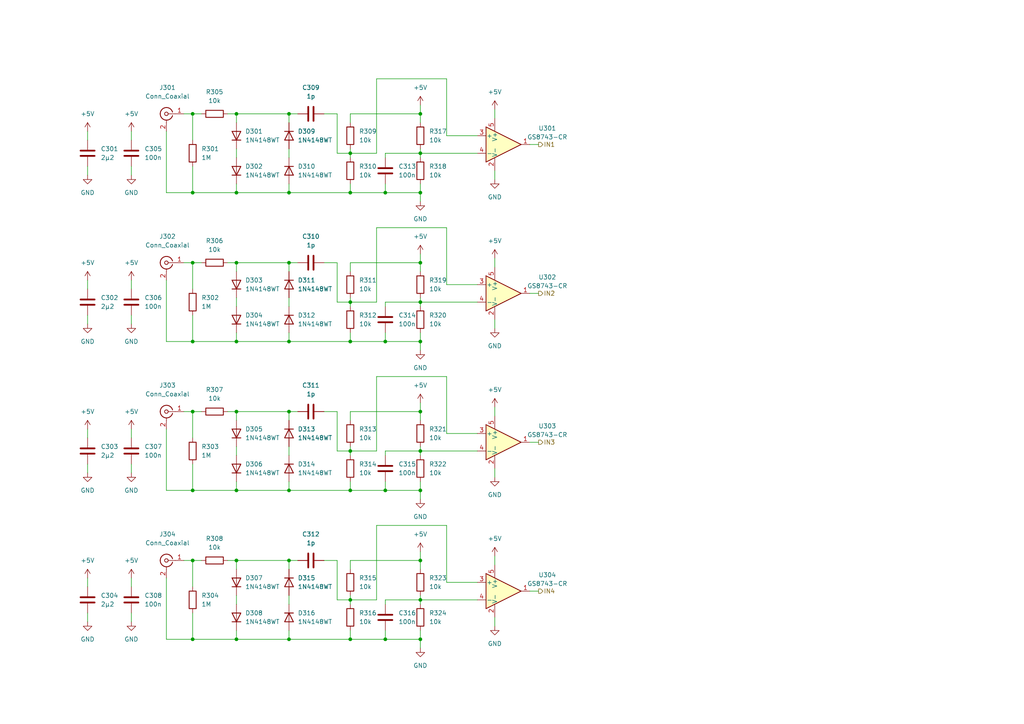
<source format=kicad_sch>
(kicad_sch (version 20211123) (generator eeschema)
  (paper "A4")
  (title_block (title "Cyclone V based Latencybox") (rev "v0.1") (company "Benedikt Spranger") (comment 1 "SPDX-License-Identifier: CERN-OHL-S-2.0") (comment 2 "https://ohwr.org/cern_ohl_s_v2.txt") (comment 3 "To view a copy of this license, visit") (comment 4 "This work is licensed under the CERN-OHL-S v2"))
  (junction (at 121.92 119.38))
  (junction (at 101.6 44.45))
  (junction (at 68.58 185.42))
  (junction (at 101.6 142.24))
  (junction (at 83.82 55.88))
  (junction (at 55.88 119.38))
  (junction (at 121.92 87.63))
  (junction (at 83.82 119.38))
  (junction (at 68.58 55.88))
  (junction (at 101.6 130.81))
  (junction (at 111.76 142.24))
  (junction (at 101.6 87.63))
  (junction (at 68.58 119.38))
  (junction (at 101.6 55.88))
  (junction (at 68.58 142.24))
  (junction (at 83.82 142.24))
  (junction (at 55.88 99.06))
  (junction (at 83.82 76.2))
  (junction (at 101.6 99.06))
  (junction (at 121.92 162.56))
  (junction (at 111.76 185.42))
  (junction (at 111.76 55.88))
  (junction (at 121.92 44.45))
  (junction (at 121.92 76.2))
  (junction (at 121.92 33.02))
  (junction (at 101.6 173.99))
  (junction (at 55.88 142.24))
  (junction (at 55.88 33.02))
  (junction (at 68.58 33.02))
  (junction (at 121.92 185.42))
  (junction (at 68.58 76.2))
  (junction (at 121.92 55.88))
  (junction (at 121.92 173.99))
  (junction (at 68.58 99.06))
  (junction (at 55.88 76.2))
  (junction (at 68.58 162.56))
  (junction (at 111.76 99.06))
  (junction (at 83.82 33.02))
  (junction (at 55.88 162.56))
  (junction (at 55.88 55.88))
  (junction (at 83.82 185.42))
  (junction (at 121.92 99.06))
  (junction (at 55.88 185.42))
  (junction (at 101.6 185.42))
  (junction (at 83.82 99.06))
  (junction (at 83.82 162.56))
  (junction (at 121.92 142.24))
  (junction (at 121.92 130.81))
  (wire (pts (xy 101.6 44.45) (xy 109.22 44.45)))
  (wire (pts (xy 68.58 53.34) (xy 68.58 55.88)))
  (wire (pts (xy 48.26 55.88) (xy 48.26 38.1)))
  (wire (pts (xy 83.82 99.06) (xy 101.6 99.06)))
  (wire (pts (xy 68.58 33.02) (xy 68.58 35.56)))
  (wire (pts (xy 25.4 134.62) (xy 25.4 137.16)))
  (wire (pts (xy 121.92 129.54) (xy 121.92 130.81)))
  (wire (pts (xy 93.98 162.56) (xy 97.79 162.56)))
  (wire (pts (xy 55.88 40.64) (xy 55.88 33.02)))
  (wire (pts (xy 66.04 119.38) (xy 68.58 119.38)))
  (wire (pts (xy 83.82 99.06) (xy 83.82 96.52)))
  (wire (pts (xy 68.58 129.54) (xy 68.58 132.08)))
  (wire (pts (xy 109.22 152.4) (xy 129.54 152.4)))
  (wire (pts (xy 143.51 118.11) (xy 143.51 120.65)))
  (wire (pts (xy 66.04 76.2) (xy 68.58 76.2)))
  (wire (pts (xy 55.88 142.24) (xy 55.88 134.62)))
  (wire (pts (xy 153.67 85.09) (xy 156.21 85.09)))
  (wire (pts (xy 83.82 185.42) (xy 101.6 185.42)))
  (wire (pts (xy 121.92 99.06) (xy 121.92 96.52)))
  (wire (pts (xy 109.22 87.63) (xy 109.22 66.04)))
  (wire (pts (xy 109.22 130.81) (xy 109.22 109.22)))
  (wire (pts (xy 121.92 44.45) (xy 138.43 44.45)))
  (wire (pts (xy 121.92 173.99) (xy 121.92 175.26)))
  (wire (pts (xy 55.88 119.38) (xy 58.42 119.38)))
  (wire (pts (xy 68.58 142.24) (xy 55.88 142.24)))
  (wire (pts (xy 55.88 185.42) (xy 48.26 185.42)))
  (wire (pts (xy 121.92 43.18) (xy 121.92 44.45)))
  (wire (pts (xy 129.54 152.4) (xy 129.54 168.91)))
  (wire (pts (xy 101.6 33.02) (xy 121.92 33.02)))
  (wire (pts (xy 101.6 142.24) (xy 111.76 142.24)))
  (wire (pts (xy 129.54 39.37) (xy 138.43 39.37)))
  (wire (pts (xy 121.92 30.48) (xy 121.92 33.02)))
  (wire (pts (xy 111.76 53.34) (xy 111.76 55.88)))
  (wire (pts (xy 83.82 55.88) (xy 101.6 55.88)))
  (wire (pts (xy 38.1 91.44) (xy 38.1 93.98)))
  (wire (pts (xy 68.58 99.06) (xy 83.82 99.06)))
  (wire (pts (xy 53.34 76.2) (xy 55.88 76.2)))
  (wire (pts (xy 129.54 66.04) (xy 129.54 82.55)))
  (wire (pts (xy 121.92 130.81) (xy 121.92 132.08)))
  (wire (pts (xy 101.6 173.99) (xy 101.6 175.26)))
  (wire (pts (xy 68.58 55.88) (xy 83.82 55.88)))
  (wire (pts (xy 101.6 55.88) (xy 111.76 55.88)))
  (wire (pts (xy 68.58 76.2) (xy 68.58 78.74)))
  (wire (pts (xy 121.92 185.42) (xy 121.92 187.96)))
  (wire (pts (xy 129.54 82.55) (xy 138.43 82.55)))
  (wire (pts (xy 143.51 74.93) (xy 143.51 77.47)))
  (wire (pts (xy 101.6 121.92) (xy 101.6 119.38)))
  (wire (pts (xy 121.92 76.2) (xy 121.92 78.74)))
  (wire (pts (xy 38.1 167.64) (xy 38.1 170.18)))
  (wire (pts (xy 101.6 87.63) (xy 101.6 86.36)))
  (wire (pts (xy 25.4 81.28) (xy 25.4 83.82)))
  (wire (pts (xy 68.58 172.72) (xy 68.58 175.26)))
  (wire (pts (xy 109.22 22.86) (xy 129.54 22.86)))
  (wire (pts (xy 143.51 135.89) (xy 143.51 138.43)))
  (wire (pts (xy 111.76 96.52) (xy 111.76 99.06)))
  (wire (pts (xy 121.92 142.24) (xy 121.92 144.78)))
  (wire (pts (xy 93.98 76.2) (xy 97.79 76.2)))
  (wire (pts (xy 97.79 162.56) (xy 97.79 173.99)))
  (wire (pts (xy 121.92 87.63) (xy 121.92 88.9)))
  (wire (pts (xy 83.82 119.38) (xy 83.82 121.92)))
  (wire (pts (xy 153.67 171.45) (xy 156.21 171.45)))
  (wire (pts (xy 121.92 86.36) (xy 121.92 87.63)))
  (wire (pts (xy 68.58 162.56) (xy 68.58 165.1)))
  (wire (pts (xy 55.88 99.06) (xy 55.88 91.44)))
  (wire (pts (xy 97.79 173.99) (xy 101.6 173.99)))
  (wire (pts (xy 68.58 142.24) (xy 83.82 142.24)))
  (wire (pts (xy 111.76 99.06) (xy 121.92 99.06)))
  (wire (pts (xy 68.58 96.52) (xy 68.58 99.06)))
  (wire (pts (xy 68.58 86.36) (xy 68.58 88.9)))
  (wire (pts (xy 121.92 99.06) (xy 121.92 101.6)))
  (wire (pts (xy 101.6 87.63) (xy 101.6 88.9)))
  (wire (pts (xy 101.6 182.88) (xy 101.6 185.42)))
  (wire (pts (xy 25.4 177.8) (xy 25.4 180.34)))
  (wire (pts (xy 68.58 119.38) (xy 68.58 121.92)))
  (wire (pts (xy 55.88 185.42) (xy 55.88 177.8)))
  (wire (pts (xy 83.82 76.2) (xy 86.36 76.2)))
  (wire (pts (xy 68.58 139.7) (xy 68.58 142.24)))
  (wire (pts (xy 109.22 109.22) (xy 129.54 109.22)))
  (wire (pts (xy 101.6 130.81) (xy 101.6 132.08)))
  (wire (pts (xy 121.92 162.56) (xy 121.92 165.1)))
  (wire (pts (xy 101.6 76.2) (xy 121.92 76.2)))
  (wire (pts (xy 111.76 44.45) (xy 111.76 45.72)))
  (wire (pts (xy 55.88 162.56) (xy 58.42 162.56)))
  (wire (pts (xy 83.82 142.24) (xy 101.6 142.24)))
  (wire (pts (xy 55.88 76.2) (xy 58.42 76.2)))
  (wire (pts (xy 111.76 139.7) (xy 111.76 142.24)))
  (wire (pts (xy 101.6 130.81) (xy 101.6 129.54)))
  (wire (pts (xy 109.22 44.45) (xy 109.22 22.86)))
  (wire (pts (xy 143.51 179.07) (xy 143.51 181.61)))
  (wire (pts (xy 111.76 173.99) (xy 121.92 173.99)))
  (wire (pts (xy 55.88 55.88) (xy 55.88 48.26)))
  (wire (pts (xy 101.6 44.45) (xy 101.6 43.18)))
  (wire (pts (xy 38.1 48.26) (xy 38.1 50.8)))
  (wire (pts (xy 143.51 49.53) (xy 143.51 52.07)))
  (wire (pts (xy 68.58 162.56) (xy 83.82 162.56)))
  (wire (pts (xy 48.26 99.06) (xy 48.26 81.28)))
  (wire (pts (xy 93.98 33.02) (xy 97.79 33.02)))
  (wire (pts (xy 83.82 76.2) (xy 83.82 78.74)))
  (wire (pts (xy 53.34 119.38) (xy 55.88 119.38)))
  (wire (pts (xy 121.92 73.66) (xy 121.92 76.2)))
  (wire (pts (xy 83.82 185.42) (xy 83.82 182.88)))
  (wire (pts (xy 55.88 127) (xy 55.88 119.38)))
  (wire (pts (xy 121.92 172.72) (xy 121.92 173.99)))
  (wire (pts (xy 121.92 87.63) (xy 138.43 87.63)))
  (wire (pts (xy 121.92 55.88) (xy 121.92 53.34)))
  (wire (pts (xy 129.54 109.22) (xy 129.54 125.73)))
  (wire (pts (xy 121.92 185.42) (xy 121.92 182.88)))
  (wire (pts (xy 55.88 33.02) (xy 58.42 33.02)))
  (wire (pts (xy 101.6 35.56) (xy 101.6 33.02)))
  (wire (pts (xy 97.79 76.2) (xy 97.79 87.63)))
  (wire (pts (xy 83.82 119.38) (xy 86.36 119.38)))
  (wire (pts (xy 66.04 162.56) (xy 68.58 162.56)))
  (wire (pts (xy 101.6 99.06) (xy 111.76 99.06)))
  (wire (pts (xy 101.6 119.38) (xy 121.92 119.38)))
  (wire (pts (xy 129.54 168.91) (xy 138.43 168.91)))
  (wire (pts (xy 48.26 142.24) (xy 48.26 124.46)))
  (wire (pts (xy 38.1 134.62) (xy 38.1 137.16)))
  (wire (pts (xy 121.92 116.84) (xy 121.92 119.38)))
  (wire (pts (xy 101.6 139.7) (xy 101.6 142.24)))
  (wire (pts (xy 101.6 87.63) (xy 109.22 87.63)))
  (wire (pts (xy 143.51 92.71) (xy 143.51 95.25)))
  (wire (pts (xy 83.82 43.18) (xy 83.82 45.72)))
  (wire (pts (xy 111.76 182.88) (xy 111.76 185.42)))
  (wire (pts (xy 129.54 22.86) (xy 129.54 39.37)))
  (wire (pts (xy 153.67 41.91) (xy 156.21 41.91)))
  (wire (pts (xy 38.1 38.1) (xy 38.1 40.64)))
  (wire (pts (xy 68.58 119.38) (xy 83.82 119.38)))
  (wire (pts (xy 97.79 119.38) (xy 97.79 130.81)))
  (wire (pts (xy 83.82 129.54) (xy 83.82 132.08)))
  (wire (pts (xy 121.92 55.88) (xy 121.92 58.42)))
  (wire (pts (xy 83.82 86.36) (xy 83.82 88.9)))
  (wire (pts (xy 121.92 160.02) (xy 121.92 162.56)))
  (wire (pts (xy 101.6 173.99) (xy 109.22 173.99)))
  (wire (pts (xy 111.76 185.42) (xy 121.92 185.42)))
  (wire (pts (xy 66.04 33.02) (xy 68.58 33.02)))
  (wire (pts (xy 55.88 83.82) (xy 55.88 76.2)))
  (wire (pts (xy 97.79 33.02) (xy 97.79 44.45)))
  (wire (pts (xy 111.76 87.63) (xy 121.92 87.63)))
  (wire (pts (xy 111.76 55.88) (xy 121.92 55.88)))
  (wire (pts (xy 111.76 173.99) (xy 111.76 175.26)))
  (wire (pts (xy 53.34 33.02) (xy 55.88 33.02)))
  (wire (pts (xy 83.82 162.56) (xy 83.82 165.1)))
  (wire (pts (xy 121.92 44.45) (xy 121.92 45.72)))
  (wire (pts (xy 55.88 142.24) (xy 48.26 142.24)))
  (wire (pts (xy 25.4 124.46) (xy 25.4 127)))
  (wire (pts (xy 48.26 185.42) (xy 48.26 167.64)))
  (wire (pts (xy 111.76 130.81) (xy 121.92 130.81)))
  (wire (pts (xy 129.54 125.73) (xy 138.43 125.73)))
  (wire (pts (xy 101.6 185.42) (xy 111.76 185.42)))
  (wire (pts (xy 25.4 38.1) (xy 25.4 40.64)))
  (wire (pts (xy 25.4 167.64) (xy 25.4 170.18)))
  (wire (pts (xy 25.4 91.44) (xy 25.4 93.98)))
  (wire (pts (xy 55.88 99.06) (xy 48.26 99.06)))
  (wire (pts (xy 121.92 119.38) (xy 121.92 121.92)))
  (wire (pts (xy 25.4 48.26) (xy 25.4 50.8)))
  (wire (pts (xy 38.1 81.28) (xy 38.1 83.82)))
  (wire (pts (xy 121.92 33.02) (xy 121.92 35.56)))
  (wire (pts (xy 111.76 44.45) (xy 121.92 44.45)))
  (wire (pts (xy 83.82 33.02) (xy 86.36 33.02)))
  (wire (pts (xy 111.76 130.81) (xy 111.76 132.08)))
  (wire (pts (xy 153.67 128.27) (xy 156.21 128.27)))
  (wire (pts (xy 38.1 124.46) (xy 38.1 127)))
  (wire (pts (xy 111.76 142.24) (xy 121.92 142.24)))
  (wire (pts (xy 101.6 173.99) (xy 101.6 172.72)))
  (wire (pts (xy 68.58 76.2) (xy 83.82 76.2)))
  (wire (pts (xy 97.79 87.63) (xy 101.6 87.63)))
  (wire (pts (xy 101.6 44.45) (xy 101.6 45.72)))
  (wire (pts (xy 83.82 33.02) (xy 83.82 35.56)))
  (wire (pts (xy 101.6 53.34) (xy 101.6 55.88)))
  (wire (pts (xy 68.58 55.88) (xy 55.88 55.88)))
  (wire (pts (xy 38.1 177.8) (xy 38.1 180.34)))
  (wire (pts (xy 143.51 161.29) (xy 143.51 163.83)))
  (wire (pts (xy 101.6 165.1) (xy 101.6 162.56)))
  (wire (pts (xy 83.82 142.24) (xy 83.82 139.7)))
  (wire (pts (xy 109.22 66.04) (xy 129.54 66.04)))
  (wire (pts (xy 97.79 130.81) (xy 101.6 130.81)))
  (wire (pts (xy 68.58 182.88) (xy 68.58 185.42)))
  (wire (pts (xy 83.82 172.72) (xy 83.82 175.26)))
  (wire (pts (xy 121.92 142.24) (xy 121.92 139.7)))
  (wire (pts (xy 55.88 55.88) (xy 48.26 55.88)))
  (wire (pts (xy 68.58 99.06) (xy 55.88 99.06)))
  (wire (pts (xy 68.58 43.18) (xy 68.58 45.72)))
  (wire (pts (xy 121.92 130.81) (xy 138.43 130.81)))
  (wire (pts (xy 101.6 78.74) (xy 101.6 76.2)))
  (wire (pts (xy 101.6 130.81) (xy 109.22 130.81)))
  (wire (pts (xy 68.58 33.02) (xy 83.82 33.02)))
  (wire (pts (xy 143.51 31.75) (xy 143.51 34.29)))
  (wire (pts (xy 101.6 96.52) (xy 101.6 99.06)))
  (wire (pts (xy 111.76 87.63) (xy 111.76 88.9)))
  (wire (pts (xy 68.58 185.42) (xy 55.88 185.42)))
  (wire (pts (xy 83.82 55.88) (xy 83.82 53.34)))
  (wire (pts (xy 97.79 44.45) (xy 101.6 44.45)))
  (wire (pts (xy 83.82 162.56) (xy 86.36 162.56)))
  (wire (pts (xy 93.98 119.38) (xy 97.79 119.38)))
  (wire (pts (xy 68.58 185.42) (xy 83.82 185.42)))
  (wire (pts (xy 53.34 162.56) (xy 55.88 162.56)))
  (wire (pts (xy 121.92 173.99) (xy 138.43 173.99)))
  (wire (pts (xy 109.22 173.99) (xy 109.22 152.4)))
  (wire (pts (xy 55.88 170.18) (xy 55.88 162.56)))
  (wire (pts (xy 101.6 162.56) (xy 121.92 162.56)))
  (hierarchical_label "IN3" (shape output) (at 156.21 128.27 0))
  (hierarchical_label "IN4" (shape output) (at 156.21 171.45 0))
  (hierarchical_label "IN2" (shape output) (at 156.21 85.09 0))
  (hierarchical_label "IN1" (shape output) (at 156.21 41.91 0))
  (symbol (lib_id "Device:R") (at 55.88 87.63 0) (unit 1)
    (property "Reference" "R302" (at 58.42 86.3599 0) (effects (justify left)))
    (property "Value" "1M" (at 58.42 88.8999 0) (effects (justify left)))
    (property "Footprint" "Resistor_SMD:R_0402_1005Metric" (effects hide))
    (property "assemble" "y" (effects hide))
    (property "Description" "±1% 1/16W Thick Film Resistors 50V ±100ppm/℃ -55℃~+155℃ 1MΩ 0402 Chip Resistor - Surface Mount ROHS" (effects hide))
    (property "DistribPart#" "C26083" (effects hide))
    (property "Distributor" "LCSC" (effects hide))
    (property "LCSC" "C26083" (effects hide))
    (property "ManuPart#" "RC0402FR-071ML" (effects hide))
    (property "Manufacture" "YAGEO" (effects hide))
  )
  (symbol (lib_id "Device:C") (at 90.17 76.2 90) (unit 1)
    (property "Reference" "C310" (at 90.17 68.58 90))
    (property "Value" "1p" (at 90.17 71.12 90))
    (property "Footprint" "Capacitor_SMD:C_0402_1005Metric" (effects hide))
    (property "assemble" "y" (effects hide))
    (property "Description" "50V 1pF C0G ±0.25pF 0402 Multilayer Ceramic Capacitors MLCC - SMD/SMT ROHS" (effects hide))
    (property "DistribPart#" "C1550" (effects hide))
    (property "Distributor" "LCSC" (effects hide))
    (property "LCSC" "C1550" (effects hide))
    (property "ManuPart#" "0402CG1R0C500NT" (effects hide))
    (property "Manufacture" "FH(Guangdong Fenghua Advanced Tech)" (effects hide))
  )
  (symbol (lib_id "power:+5V") (at 38.1 38.1 0) (unit 1)
    (property "Reference" "#PWR0309" (effects hide))
    (property "Value" "+5V" (at 38.1 33.02 0))
  )
  (symbol (lib_id "power:GND") (at 143.51 52.07 0) (unit 1)
    (property "Reference" "#PWR0326" (effects hide))
    (property "Value" "GND" (at 143.51 57.15 0))
  )
  (symbol (lib_id "Device:R") (at 121.92 125.73 180) (unit 1)
    (property "Reference" "R321" (at 124.46 124.4599 0) (effects (justify right)))
    (property "Value" "10k" (at 124.46 126.9999 0) (effects (justify right)))
    (property "Footprint" "Resistor_SMD:R_0402_1005Metric" (effects hide))
    (property "assemble" "y" (effects hide))
    (property "Description" "±1% 62.5mW Thick Film Resistors 50V ±100ppm/℃ -55℃~+155℃ 10kΩ 0402 Chip Resistor - Surface Mount ROHS" (effects hide))
    (property "DistribPart#" "C138033" (effects hide))
    (property "Distributor" "LCSC" (effects hide))
    (property "LCSC" "C138033" (effects hide))
    (property "ManuPart#" "RC0402FR-0710KL" (effects hide))
    (property "Manufacture" "YAGEO" (effects hide))
  )
  (symbol (lib_id "Device:R") (at 62.23 162.56 90) (unit 1)
    (property "Reference" "R308" (at 62.23 156.21 90))
    (property "Value" "10k" (at 62.23 158.75 90))
    (property "Footprint" "Resistor_SMD:R_0402_1005Metric" (effects hide))
    (property "assemble" "y" (effects hide))
    (property "Description" "±1% 62.5mW Thick Film Resistors 50V ±100ppm/℃ -55℃~+155℃ 10kΩ 0402 Chip Resistor - Surface Mount ROHS" (effects hide))
    (property "DistribPart#" "C138033" (effects hide))
    (property "Distributor" "LCSC" (effects hide))
    (property "LCSC" "C138033" (effects hide))
    (property "ManuPart#" "RC0402FR-0710KL" (effects hide))
    (property "Manufacture" "YAGEO" (effects hide))
  )
  (symbol (lib_id "power:GND") (at 38.1 93.98 0) (unit 1)
    (property "Reference" "#PWR0312" (effects hide))
    (property "Value" "GND" (at 38.1 99.06 0))
  )
  (symbol (lib_id "power:GND") (at 38.1 137.16 0) (unit 1)
    (property "Reference" "#PWR0314" (effects hide))
    (property "Value" "GND" (at 38.1 142.24 0))
  )
  (symbol (lib_id "Diode:1N4148WT") (at 68.58 179.07 90) (unit 1)
    (property "Reference" "D308" (at 71.12 177.7999 90) (effects (justify right)))
    (property "Value" "1N4148WT" (at 71.12 180.3399 90) (effects (justify right)))
    (property "Footprint" "Diode_SMD:D_SOD-523" (effects hide))
    (property "Datasheet" "https://www.diodes.com/assets/Datasheets/ds30396.pdf" (effects hide))
    (property "assemble" "y" (effects hide))
    (property "Description" "	100V 150mW +150℃@(Tj) Single 1.25V@150mA 4ns 1μA@75V 150mA SOD-523 Switching Diode ROHS" (effects hide))
    (property "DistribPart#" "C2909971" (effects hide))
    (property "Distributor" "LCSC" (effects hide))
    (property "LCSC" "C2909971" (effects hide))
    (property "ManuPart#" "1N4148WT" (effects hide))
    (property "Manufacture" "YONGYUTAI" (effects hide))
  )
  (symbol (lib_id "Device:R") (at 55.88 130.81 0) (unit 1)
    (property "Reference" "R303" (at 58.42 129.5399 0) (effects (justify left)))
    (property "Value" "1M" (at 58.42 132.0799 0) (effects (justify left)))
    (property "Footprint" "Resistor_SMD:R_0402_1005Metric" (effects hide))
    (property "assemble" "y" (effects hide))
    (property "Description" "±1% 1/16W Thick Film Resistors 50V ±100ppm/℃ -55℃~+155℃ 1MΩ 0402 Chip Resistor - Surface Mount ROHS" (effects hide))
    (property "DistribPart#" "C26083" (effects hide))
    (property "Distributor" "LCSC" (effects hide))
    (property "LCSC" "C26083" (effects hide))
    (property "ManuPart#" "RC0402FR-071ML" (effects hide))
    (property "Manufacture" "YAGEO" (effects hide))
  )
  (symbol (lib_id "Diode:1N4148WT") (at 68.58 168.91 90) (unit 1)
    (property "Reference" "D307" (at 71.12 167.6399 90) (effects (justify right)))
    (property "Value" "1N4148WT" (at 71.12 170.1799 90) (effects (justify right)))
    (property "Footprint" "Diode_SMD:D_SOD-523" (effects hide))
    (property "Datasheet" "https://www.diodes.com/assets/Datasheets/ds30396.pdf" (effects hide))
    (property "assemble" "y" (effects hide))
    (property "Description" "	100V 150mW +150℃@(Tj) Single 1.25V@150mA 4ns 1μA@75V 150mA SOD-523 Switching Diode ROHS" (effects hide))
    (property "DistribPart#" "C2909971" (effects hide))
    (property "Distributor" "LCSC" (effects hide))
    (property "LCSC" "C2909971" (effects hide))
    (property "ManuPart#" "1N4148WT" (effects hide))
    (property "Manufacture" "YONGYUTAI" (effects hide))
  )
  (symbol (lib_id "Device:R") (at 101.6 125.73 180) (unit 1)
    (property "Reference" "R313" (at 104.14 124.4599 0) (effects (justify right)))
    (property "Value" "10k" (at 104.14 126.9999 0) (effects (justify right)))
    (property "Footprint" "Resistor_SMD:R_0402_1005Metric" (effects hide))
    (property "assemble" "y" (effects hide))
    (property "Description" "±1% 62.5mW Thick Film Resistors 50V ±100ppm/℃ -55℃~+155℃ 10kΩ 0402 Chip Resistor - Surface Mount ROHS" (effects hide))
    (property "DistribPart#" "C138033" (effects hide))
    (property "Distributor" "LCSC" (effects hide))
    (property "LCSC" "C138033" (effects hide))
    (property "ManuPart#" "RC0402FR-0710KL" (effects hide))
    (property "Manufacture" "YAGEO" (effects hide))
  )
  (symbol (lib_id "Device:C") (at 111.76 179.07 180) (unit 1)
    (property "Reference" "C316" (at 115.57 177.7999 0) (effects (justify right)))
    (property "Value" "100n" (at 115.57 180.3399 0) (effects (justify right)))
    (property "Footprint" "Capacitor_SMD:C_0402_1005Metric" (effects hide))
    (property "assemble" "y" (effects hide))
    (property "Description" "50V 100nF Y5V ±20% 0402 Multilayer Ceramic Capacitors MLCC - SMD/SMT ROHS" (effects hide))
    (property "DistribPart#" "C1581" (effects hide))
    (property "Distributor" "LCSC" (effects hide))
    (property "LCSC" "C1581" (effects hide))
    (property "ManuPart#" "0402F104M500NT" (effects hide))
    (property "Manufacture" "FH(Guangdong Fenghua Advanced Tech)" (effects hide))
  )
  (symbol (lib_id "Diode:1N4148WT") (at 68.58 82.55 90) (unit 1)
    (property "Reference" "D303" (at 71.12 81.2799 90) (effects (justify right)))
    (property "Value" "1N4148WT" (at 71.12 83.8199 90) (effects (justify right)))
    (property "Footprint" "Diode_SMD:D_SOD-523" (effects hide))
    (property "Datasheet" "https://www.diodes.com/assets/Datasheets/ds30396.pdf" (effects hide))
    (property "assemble" "y" (effects hide))
    (property "Description" "	100V 150mW +150℃@(Tj) Single 1.25V@150mA 4ns 1μA@75V 150mA SOD-523 Switching Diode ROHS" (effects hide))
    (property "DistribPart#" "C2909971" (effects hide))
    (property "Distributor" "LCSC" (effects hide))
    (property "LCSC" "C2909971" (effects hide))
    (property "ManuPart#" "1N4148WT" (effects hide))
    (property "Manufacture" "YONGYUTAI" (effects hide))
  )
  (symbol (lib_id "Diode:1N4148WT") (at 68.58 125.73 90) (unit 1)
    (property "Reference" "D305" (at 71.12 124.4599 90) (effects (justify right)))
    (property "Value" "1N4148WT" (at 71.12 126.9999 90) (effects (justify right)))
    (property "Footprint" "Diode_SMD:D_SOD-523" (effects hide))
    (property "Datasheet" "https://www.diodes.com/assets/Datasheets/ds30396.pdf" (effects hide))
    (property "assemble" "y" (effects hide))
    (property "Description" "	100V 150mW +150℃@(Tj) Single 1.25V@150mA 4ns 1μA@75V 150mA SOD-523 Switching Diode ROHS" (effects hide))
    (property "DistribPart#" "C2909971" (effects hide))
    (property "Distributor" "LCSC" (effects hide))
    (property "LCSC" "C2909971" (effects hide))
    (property "ManuPart#" "1N4148WT" (effects hide))
    (property "Manufacture" "YONGYUTAI" (effects hide))
  )
  (symbol (lib_id "Device:R") (at 101.6 135.89 180) (unit 1)
    (property "Reference" "R314" (at 104.14 134.6199 0) (effects (justify right)))
    (property "Value" "10k" (at 104.14 137.1599 0) (effects (justify right)))
    (property "Footprint" "Resistor_SMD:R_0402_1005Metric" (effects hide))
    (property "assemble" "y" (effects hide))
    (property "Description" "±1% 62.5mW Thick Film Resistors 50V ±100ppm/℃ -55℃~+155℃ 10kΩ 0402 Chip Resistor - Surface Mount ROHS" (effects hide))
    (property "DistribPart#" "C138033" (effects hide))
    (property "Distributor" "LCSC" (effects hide))
    (property "LCSC" "C138033" (effects hide))
    (property "ManuPart#" "RC0402FR-0710KL" (effects hide))
    (property "Manufacture" "YAGEO" (effects hide))
  )
  (symbol (lib_id "Connector:Conn_Coaxial") (at 48.26 33.02 0) (mirror y) (unit 1)
    (property "Reference" "J301" (at 48.5774 25.4 0))
    (property "Value" "Conn_Coaxial" (at 48.5774 27.94 0))
    (property "Footprint" "Connector_Coaxial:BNC_TEConnectivity_1478204_Vertical" (effects hide))
    (property "Datasheet" "https://www.te.com/commerce/DocumentDelivery/DDEController?Action=srchrtrv&DocNm=1634503&DocType=Customer+Drawing&DocLang=English" (effects hide))
    (property "assemble" "n" (effects hide))
    (property "Description" "CONN BNC JACK STR 50 OHM PCB" (effects hide))
    (property "DistribPart#" "A97581-ND" (effects hide))
    (property "Distributor" "Digikey" (effects hide))
    (property "ManuPart#" "5-1634503-1" (effects hide))
    (property "Manufacture" "TE Connectivity AMP Connectors" (effects hide))
  )
  (symbol (lib_id "power:+5V") (at 121.92 30.48 0) (unit 1)
    (property "Reference" "#PWR0317" (effects hide))
    (property "Value" "+5V" (at 121.92 25.4 0))
  )
  (symbol (lib_id "power:+5V") (at 38.1 81.28 0) (unit 1)
    (property "Reference" "#PWR0311" (effects hide))
    (property "Value" "+5V" (at 38.1 76.2 0))
  )
  (symbol (lib_id "Device:C") (at 25.4 173.99 180) (unit 1)
    (property "Reference" "C304" (at 29.21 172.7199 0) (effects (justify right)))
    (property "Value" "2µ2" (at 29.21 175.2599 0) (effects (justify right)))
    (property "Footprint" "Capacitor_SMD:C_0402_1005Metric" (effects hide))
    (property "assemble" "y" (effects hide))
    (property "Description" "35V 2.2uF X5R ±10% 0402 Multilayer Ceramic Capacitors MLCC - SMD/SMT ROHS" (effects hide))
    (property "DistribPart#" "C342966" (effects hide))
    (property "Distributor" "LCSC" (effects hide))
    (property "LCSC" "C342966" (effects hide))
    (property "ManuPart#" "C1005X5R1V225KT000E" (effects hide))
    (property "Manufacture" "TDK" (effects hide))
  )
  (symbol (lib_id "tlv360x:TLV3601DCKR") (at 143.51 41.91 0) (unit 1)
    (property "Reference" "U301" (at 158.75 37.211 0))
    (property "Value" "GS8743-CR" (at 158.75 39.751 0))
    (property "Footprint" "Package_TO_SOT_SMD:SOT-353_SC-70-5" (effects hide))
    (property "Datasheet" "http://www.ti.com/lit/ds/symlink/tlv3601.pdf" (effects hide))
    (property "assemble" "y" (effects hide))
    (property "ManuPart#" "GS8743-CR" (effects hide))
    (property "Manufacture" "Gainsil" (effects hide))
    (property "Description" "SC-70-5 Comparators ROHS" (effects hide))
    (property "DistribPart#" "C2927685" (effects hide))
    (property "Distributor" "LCSC" (effects hide))
    (property "LCSC" "C2927685" (effects hide))
  )
  (symbol (lib_id "power:GND") (at 25.4 93.98 0) (unit 1)
    (property "Reference" "#PWR0304" (effects hide))
    (property "Value" "GND" (at 25.4 99.06 0))
  )
  (symbol (lib_id "Diode:1N4148WT") (at 83.82 82.55 270) (unit 1)
    (property "Reference" "D311" (at 86.36 81.2799 90) (effects (justify left)))
    (property "Value" "1N4148WT" (at 86.36 83.8199 90) (effects (justify left)))
    (property "Footprint" "Diode_SMD:D_SOD-523" (effects hide))
    (property "Datasheet" "https://www.diodes.com/assets/Datasheets/ds30396.pdf" (effects hide))
    (property "assemble" "y" (effects hide))
    (property "Description" "	100V 150mW +150℃@(Tj) Single 1.25V@150mA 4ns 1μA@75V 150mA SOD-523 Switching Diode ROHS" (effects hide))
    (property "DistribPart#" "C2909971" (effects hide))
    (property "Distributor" "LCSC" (effects hide))
    (property "LCSC" "C2909971" (effects hide))
    (property "ManuPart#" "1N4148WT" (effects hide))
    (property "Manufacture" "YONGYUTAI" (effects hide))
  )
  (symbol (lib_id "power:+5V") (at 143.51 118.11 0) (unit 1)
    (property "Reference" "#PWR0329" (effects hide))
    (property "Value" "+5V" (at 143.51 113.03 0))
  )
  (symbol (lib_id "Device:C") (at 38.1 130.81 180) (unit 1)
    (property "Reference" "C307" (at 41.91 129.5399 0) (effects (justify right)))
    (property "Value" "100n" (at 41.91 132.0799 0) (effects (justify right)))
    (property "Footprint" "Capacitor_SMD:C_0402_1005Metric" (effects hide))
    (property "assemble" "y" (effects hide))
    (property "Description" "50V 100nF Y5V ±20% 0402 Multilayer Ceramic Capacitors MLCC - SMD/SMT ROHS" (effects hide))
    (property "DistribPart#" "C1581" (effects hide))
    (property "Distributor" "LCSC" (effects hide))
    (property "LCSC" "C1581" (effects hide))
    (property "ManuPart#" "0402F104M500NT" (effects hide))
    (property "Manufacture" "FH(Guangdong Fenghua Advanced Tech)" (effects hide))
  )
  (symbol (lib_id "Connector:Conn_Coaxial") (at 48.26 162.56 0) (mirror y) (unit 1)
    (property "Reference" "J304" (at 48.5774 154.94 0))
    (property "Value" "Conn_Coaxial" (at 48.5774 157.48 0))
    (property "Footprint" "Connector_Coaxial:BNC_TEConnectivity_1478204_Vertical" (effects hide))
    (property "Datasheet" "https://www.te.com/commerce/DocumentDelivery/DDEController?Action=srchrtrv&DocNm=1634503&DocType=Customer+Drawing&DocLang=English" (effects hide))
    (property "assemble" "n" (effects hide))
    (property "Description" "CONN BNC JACK STR 50 OHM PCB" (effects hide))
    (property "DistribPart#" "A97581-ND" (effects hide))
    (property "Distributor" "Digikey" (effects hide))
    (property "ManuPart#" "5-1634503-1" (effects hide))
    (property "Manufacture" "TE Connectivity AMP Connectors" (effects hide))
  )
  (symbol (lib_id "Device:C") (at 90.17 119.38 90) (unit 1)
    (property "Reference" "C311" (at 90.17 111.76 90))
    (property "Value" "1p" (at 90.17 114.3 90))
    (property "Footprint" "Capacitor_SMD:C_0402_1005Metric" (effects hide))
    (property "assemble" "y" (effects hide))
    (property "Description" "50V 1pF C0G ±0.25pF 0402 Multilayer Ceramic Capacitors MLCC - SMD/SMT ROHS" (effects hide))
    (property "DistribPart#" "C1550" (effects hide))
    (property "Distributor" "LCSC" (effects hide))
    (property "LCSC" "C1550" (effects hide))
    (property "ManuPart#" "0402CG1R0C500NT" (effects hide))
    (property "Manufacture" "FH(Guangdong Fenghua Advanced Tech)" (effects hide))
  )
  (symbol (lib_id "Device:R") (at 101.6 82.55 180) (unit 1)
    (property "Reference" "R311" (at 104.14 81.2799 0) (effects (justify right)))
    (property "Value" "10k" (at 104.14 83.8199 0) (effects (justify right)))
    (property "Footprint" "Resistor_SMD:R_0402_1005Metric" (effects hide))
    (property "assemble" "y" (effects hide))
    (property "Description" "±1% 62.5mW Thick Film Resistors 50V ±100ppm/℃ -55℃~+155℃ 10kΩ 0402 Chip Resistor - Surface Mount ROHS" (effects hide))
    (property "DistribPart#" "C138033" (effects hide))
    (property "Distributor" "LCSC" (effects hide))
    (property "LCSC" "C138033" (effects hide))
    (property "ManuPart#" "RC0402FR-0710KL" (effects hide))
    (property "Manufacture" "YAGEO" (effects hide))
  )
  (symbol (lib_id "Device:R") (at 101.6 179.07 180) (unit 1)
    (property "Reference" "R316" (at 104.14 177.7999 0) (effects (justify right)))
    (property "Value" "10k" (at 104.14 180.3399 0) (effects (justify right)))
    (property "Footprint" "Resistor_SMD:R_0402_1005Metric" (effects hide))
    (property "assemble" "y" (effects hide))
    (property "Description" "±1% 62.5mW Thick Film Resistors 50V ±100ppm/℃ -55℃~+155℃ 10kΩ 0402 Chip Resistor - Surface Mount ROHS" (effects hide))
    (property "DistribPart#" "C138033" (effects hide))
    (property "Distributor" "LCSC" (effects hide))
    (property "LCSC" "C138033" (effects hide))
    (property "ManuPart#" "RC0402FR-0710KL" (effects hide))
    (property "Manufacture" "YAGEO" (effects hide))
  )
  (symbol (lib_id "Diode:1N4148WT") (at 68.58 49.53 90) (unit 1)
    (property "Reference" "D302" (at 71.12 48.2599 90) (effects (justify right)))
    (property "Value" "1N4148WT" (at 71.12 50.7999 90) (effects (justify right)))
    (property "Footprint" "Diode_SMD:D_SOD-523" (effects hide))
    (property "Datasheet" "https://www.diodes.com/assets/Datasheets/ds30396.pdf" (effects hide))
    (property "assemble" "y" (effects hide))
    (property "Description" "	100V 150mW +150℃@(Tj) Single 1.25V@150mA 4ns 1μA@75V 150mA SOD-523 Switching Diode ROHS" (effects hide))
    (property "DistribPart#" "C2909971" (effects hide))
    (property "Distributor" "LCSC" (effects hide))
    (property "LCSC" "C2909971" (effects hide))
    (property "ManuPart#" "1N4148WT" (effects hide))
    (property "Manufacture" "YONGYUTAI" (effects hide))
  )
  (symbol (lib_id "Device:R") (at 121.92 82.55 180) (unit 1)
    (property "Reference" "R319" (at 124.46 81.2799 0) (effects (justify right)))
    (property "Value" "10k" (at 124.46 83.8199 0) (effects (justify right)))
    (property "Footprint" "Resistor_SMD:R_0402_1005Metric" (effects hide))
    (property "assemble" "y" (effects hide))
    (property "Description" "±1% 62.5mW Thick Film Resistors 50V ±100ppm/℃ -55℃~+155℃ 10kΩ 0402 Chip Resistor - Surface Mount ROHS" (effects hide))
    (property "DistribPart#" "C138033" (effects hide))
    (property "Distributor" "LCSC" (effects hide))
    (property "LCSC" "C138033" (effects hide))
    (property "ManuPart#" "RC0402FR-0710KL" (effects hide))
    (property "Manufacture" "YAGEO" (effects hide))
  )
  (symbol (lib_id "power:+5V") (at 143.51 74.93 0) (unit 1)
    (property "Reference" "#PWR0327" (effects hide))
    (property "Value" "+5V" (at 143.51 69.85 0))
  )
  (symbol (lib_id "power:+5V") (at 25.4 38.1 0) (unit 1)
    (property "Reference" "#PWR0301" (effects hide))
    (property "Value" "+5V" (at 25.4 33.02 0))
  )
  (symbol (lib_id "power:GND") (at 143.51 181.61 0) (unit 1)
    (property "Reference" "#PWR0332" (effects hide))
    (property "Value" "GND" (at 143.51 186.69 0))
  )
  (symbol (lib_id "Device:R") (at 121.92 168.91 180) (unit 1)
    (property "Reference" "R323" (at 124.46 167.6399 0) (effects (justify right)))
    (property "Value" "10k" (at 124.46 170.1799 0) (effects (justify right)))
    (property "Footprint" "Resistor_SMD:R_0402_1005Metric" (effects hide))
    (property "assemble" "y" (effects hide))
    (property "Description" "±1% 62.5mW Thick Film Resistors 50V ±100ppm/℃ -55℃~+155℃ 10kΩ 0402 Chip Resistor - Surface Mount ROHS" (effects hide))
    (property "DistribPart#" "C138033" (effects hide))
    (property "Distributor" "LCSC" (effects hide))
    (property "LCSC" "C138033" (effects hide))
    (property "ManuPart#" "RC0402FR-0710KL" (effects hide))
    (property "Manufacture" "YAGEO" (effects hide))
  )
  (symbol (lib_id "Device:C") (at 111.76 135.89 180) (unit 1)
    (property "Reference" "C315" (at 115.57 134.6199 0) (effects (justify right)))
    (property "Value" "100n" (at 115.57 137.1599 0) (effects (justify right)))
    (property "Footprint" "Capacitor_SMD:C_0402_1005Metric" (effects hide))
    (property "assemble" "y" (effects hide))
    (property "Description" "50V 100nF Y5V ±20% 0402 Multilayer Ceramic Capacitors MLCC - SMD/SMT ROHS" (effects hide))
    (property "DistribPart#" "C1581" (effects hide))
    (property "Distributor" "LCSC" (effects hide))
    (property "LCSC" "C1581" (effects hide))
    (property "ManuPart#" "0402F104M500NT" (effects hide))
    (property "Manufacture" "FH(Guangdong Fenghua Advanced Tech)" (effects hide))
  )
  (symbol (lib_id "power:+5V") (at 121.92 116.84 0) (unit 1)
    (property "Reference" "#PWR0321" (effects hide))
    (property "Value" "+5V" (at 121.92 111.76 0))
  )
  (symbol (lib_id "Diode:1N4148WT") (at 83.82 39.37 270) (unit 1)
    (property "Reference" "D309" (at 86.36 38.0999 90) (effects (justify left)))
    (property "Value" "1N4148WT" (at 86.36 40.6399 90) (effects (justify left)))
    (property "Footprint" "Diode_SMD:D_SOD-523" (effects hide))
    (property "Datasheet" "https://www.diodes.com/assets/Datasheets/ds30396.pdf" (effects hide))
    (property "assemble" "y" (effects hide))
    (property "Description" "	100V 150mW +150℃@(Tj) Single 1.25V@150mA 4ns 1μA@75V 150mA SOD-523 Switching Diode ROHS" (effects hide))
    (property "DistribPart#" "C2909971" (effects hide))
    (property "Distributor" "LCSC" (effects hide))
    (property "LCSC" "C2909971" (effects hide))
    (property "ManuPart#" "1N4148WT" (effects hide))
    (property "Manufacture" "YONGYUTAI" (effects hide))
  )
  (symbol (lib_id "power:GND") (at 121.92 58.42 0) (unit 1)
    (property "Reference" "#PWR0318" (effects hide))
    (property "Value" "GND" (at 121.92 63.5 0))
  )
  (symbol (lib_id "Device:C") (at 25.4 87.63 180) (unit 1)
    (property "Reference" "C302" (at 29.21 86.3599 0) (effects (justify right)))
    (property "Value" "2µ2" (at 29.21 88.8999 0) (effects (justify right)))
    (property "Footprint" "Capacitor_SMD:C_0402_1005Metric" (effects hide))
    (property "assemble" "y" (effects hide))
    (property "Description" "35V 2.2uF X5R ±10% 0402 Multilayer Ceramic Capacitors MLCC - SMD/SMT ROHS" (effects hide))
    (property "DistribPart#" "C342966" (effects hide))
    (property "Distributor" "LCSC" (effects hide))
    (property "LCSC" "C342966" (effects hide))
    (property "ManuPart#" "C1005X5R1V225KT000E" (effects hide))
    (property "Manufacture" "TDK" (effects hide))
  )
  (symbol (lib_id "power:+5V") (at 38.1 124.46 0) (unit 1)
    (property "Reference" "#PWR0313" (effects hide))
    (property "Value" "+5V" (at 38.1 119.38 0))
  )
  (symbol (lib_id "Device:C") (at 90.17 33.02 90) (unit 1)
    (property "Reference" "C309" (at 90.17 25.4 90))
    (property "Value" "1p" (at 90.17 27.94 90))
    (property "Footprint" "Capacitor_SMD:C_0402_1005Metric" (effects hide))
    (property "assemble" "y" (effects hide))
    (property "Description" "50V 1pF C0G ±0.25pF 0402 Multilayer Ceramic Capacitors MLCC - SMD/SMT ROHS" (effects hide))
    (property "DistribPart#" "C1550" (effects hide))
    (property "Distributor" "LCSC" (effects hide))
    (property "LCSC" "C1550" (effects hide))
    (property "ManuPart#" "0402CG1R0C500NT" (effects hide))
    (property "Manufacture" "FH(Guangdong Fenghua Advanced Tech)" (effects hide))
  )
  (symbol (lib_id "power:+5V") (at 143.51 161.29 0) (unit 1)
    (property "Reference" "#PWR0331" (effects hide))
    (property "Value" "+5V" (at 143.51 156.21 0))
  )
  (symbol (lib_id "Device:R") (at 101.6 92.71 180) (unit 1)
    (property "Reference" "R312" (at 104.14 91.4399 0) (effects (justify right)))
    (property "Value" "10k" (at 104.14 93.9799 0) (effects (justify right)))
    (property "Footprint" "Resistor_SMD:R_0402_1005Metric" (effects hide))
    (property "assemble" "y" (effects hide))
    (property "Description" "±1% 62.5mW Thick Film Resistors 50V ±100ppm/℃ -55℃~+155℃ 10kΩ 0402 Chip Resistor - Surface Mount ROHS" (effects hide))
    (property "DistribPart#" "C138033" (effects hide))
    (property "Distributor" "LCSC" (effects hide))
    (property "LCSC" "C138033" (effects hide))
    (property "ManuPart#" "RC0402FR-0710KL" (effects hide))
    (property "Manufacture" "YAGEO" (effects hide))
  )
  (symbol (lib_id "power:+5V") (at 38.1 167.64 0) (unit 1)
    (property "Reference" "#PWR0315" (effects hide))
    (property "Value" "+5V" (at 38.1 162.56 0))
  )
  (symbol (lib_id "Device:R") (at 62.23 76.2 90) (unit 1)
    (property "Reference" "R306" (at 62.23 69.85 90))
    (property "Value" "10k" (at 62.23 72.39 90))
    (property "Footprint" "Resistor_SMD:R_0402_1005Metric" (effects hide))
    (property "assemble" "y" (effects hide))
    (property "Description" "±1% 62.5mW Thick Film Resistors 50V ±100ppm/℃ -55℃~+155℃ 10kΩ 0402 Chip Resistor - Surface Mount ROHS" (effects hide))
    (property "DistribPart#" "C138033" (effects hide))
    (property "Distributor" "LCSC" (effects hide))
    (property "LCSC" "C138033" (effects hide))
    (property "ManuPart#" "RC0402FR-0710KL" (effects hide))
    (property "Manufacture" "YAGEO" (effects hide))
  )
  (symbol (lib_id "power:GND") (at 143.51 138.43 0) (unit 1)
    (property "Reference" "#PWR0330" (effects hide))
    (property "Value" "GND" (at 143.51 143.51 0))
  )
  (symbol (lib_id "power:GND") (at 38.1 50.8 0) (unit 1)
    (property "Reference" "#PWR0310" (effects hide))
    (property "Value" "GND" (at 38.1 55.88 0))
  )
  (symbol (lib_id "power:GND") (at 38.1 180.34 0) (unit 1)
    (property "Reference" "#PWR0316" (effects hide))
    (property "Value" "GND" (at 38.1 185.42 0))
  )
  (symbol (lib_id "power:GND") (at 143.51 95.25 0) (unit 1)
    (property "Reference" "#PWR0328" (effects hide))
    (property "Value" "GND" (at 143.51 100.33 0))
  )
  (symbol (lib_id "Diode:1N4148WT") (at 83.82 92.71 270) (unit 1)
    (property "Reference" "D312" (at 86.36 91.4399 90) (effects (justify left)))
    (property "Value" "1N4148WT" (at 86.36 93.9799 90) (effects (justify left)))
    (property "Footprint" "Diode_SMD:D_SOD-523" (effects hide))
    (property "Datasheet" "https://www.diodes.com/assets/Datasheets/ds30396.pdf" (effects hide))
    (property "assemble" "y" (effects hide))
    (property "Description" "	100V 150mW +150℃@(Tj) Single 1.25V@150mA 4ns 1μA@75V 150mA SOD-523 Switching Diode ROHS" (effects hide))
    (property "DistribPart#" "C2909971" (effects hide))
    (property "Distributor" "LCSC" (effects hide))
    (property "LCSC" "C2909971" (effects hide))
    (property "ManuPart#" "1N4148WT" (effects hide))
    (property "Manufacture" "YONGYUTAI" (effects hide))
  )
  (symbol (lib_id "Device:R") (at 62.23 33.02 90) (unit 1)
    (property "Reference" "R305" (at 62.23 26.67 90))
    (property "Value" "10k" (at 62.23 29.21 90))
    (property "Footprint" "Resistor_SMD:R_0402_1005Metric" (effects hide))
    (property "assemble" "y" (effects hide))
    (property "Description" "±1% 62.5mW Thick Film Resistors 50V ±100ppm/℃ -55℃~+155℃ 10kΩ 0402 Chip Resistor - Surface Mount ROHS" (effects hide))
    (property "DistribPart#" "C138033" (effects hide))
    (property "Distributor" "LCSC" (effects hide))
    (property "LCSC" "C138033" (effects hide))
    (property "ManuPart#" "RC0402FR-0710KL" (effects hide))
    (property "Manufacture" "YAGEO" (effects hide))
  )
  (symbol (lib_id "power:+5V") (at 121.92 73.66 0) (unit 1)
    (property "Reference" "#PWR0319" (effects hide))
    (property "Value" "+5V" (at 121.92 68.58 0))
  )
  (symbol (lib_id "Device:C") (at 38.1 87.63 180) (unit 1)
    (property "Reference" "C306" (at 41.91 86.3599 0) (effects (justify right)))
    (property "Value" "100n" (at 41.91 88.8999 0) (effects (justify right)))
    (property "Footprint" "Capacitor_SMD:C_0402_1005Metric" (effects hide))
    (property "assemble" "y" (effects hide))
    (property "Description" "50V 100nF Y5V ±20% 0402 Multilayer Ceramic Capacitors MLCC - SMD/SMT ROHS" (effects hide))
    (property "DistribPart#" "C1581" (effects hide))
    (property "Distributor" "LCSC" (effects hide))
    (property "LCSC" "C1581" (effects hide))
    (property "ManuPart#" "0402F104M500NT" (effects hide))
    (property "Manufacture" "FH(Guangdong Fenghua Advanced Tech)" (effects hide))
  )
  (symbol (lib_id "Diode:1N4148WT") (at 68.58 135.89 90) (unit 1)
    (property "Reference" "D306" (at 71.12 134.6199 90) (effects (justify right)))
    (property "Value" "1N4148WT" (at 71.12 137.1599 90) (effects (justify right)))
    (property "Footprint" "Diode_SMD:D_SOD-523" (effects hide))
    (property "Datasheet" "https://www.diodes.com/assets/Datasheets/ds30396.pdf" (effects hide))
    (property "assemble" "y" (effects hide))
    (property "Description" "	100V 150mW +150℃@(Tj) Single 1.25V@150mA 4ns 1μA@75V 150mA SOD-523 Switching Diode ROHS" (effects hide))
    (property "DistribPart#" "C2909971" (effects hide))
    (property "Distributor" "LCSC" (effects hide))
    (property "LCSC" "C2909971" (effects hide))
    (property "ManuPart#" "1N4148WT" (effects hide))
    (property "Manufacture" "YONGYUTAI" (effects hide))
  )
  (symbol (lib_id "Device:C") (at 111.76 49.53 180) (unit 1)
    (property "Reference" "C313" (at 115.57 48.2599 0) (effects (justify right)))
    (property "Value" "100n" (at 115.57 50.7999 0) (effects (justify right)))
    (property "Footprint" "Capacitor_SMD:C_0402_1005Metric" (effects hide))
    (property "assemble" "y" (effects hide))
    (property "Description" "50V 100nF Y5V ±20% 0402 Multilayer Ceramic Capacitors MLCC - SMD/SMT ROHS" (effects hide))
    (property "DistribPart#" "C1581" (effects hide))
    (property "Distributor" "LCSC" (effects hide))
    (property "LCSC" "C1581" (effects hide))
    (property "ManuPart#" "0402F104M500NT" (effects hide))
    (property "Manufacture" "FH(Guangdong Fenghua Advanced Tech)" (effects hide))
  )
  (symbol (lib_id "power:GND") (at 25.4 137.16 0) (unit 1)
    (property "Reference" "#PWR0306" (effects hide))
    (property "Value" "GND" (at 25.4 142.24 0))
  )
  (symbol (lib_id "power:GND") (at 121.92 187.96 0) (unit 1)
    (property "Reference" "#PWR0324" (effects hide))
    (property "Value" "GND" (at 121.92 193.04 0))
  )
  (symbol (lib_id "power:GND") (at 25.4 50.8 0) (unit 1)
    (property "Reference" "#PWR0302" (effects hide))
    (property "Value" "GND" (at 25.4 55.88 0))
  )
  (symbol (lib_id "Device:R") (at 121.92 39.37 180) (unit 1)
    (property "Reference" "R317" (at 124.46 38.0999 0) (effects (justify right)))
    (property "Value" "10k" (at 124.46 40.6399 0) (effects (justify right)))
    (property "Footprint" "Resistor_SMD:R_0402_1005Metric" (effects hide))
    (property "assemble" "y" (effects hide))
    (property "Description" "±1% 62.5mW Thick Film Resistors 50V ±100ppm/℃ -55℃~+155℃ 10kΩ 0402 Chip Resistor - Surface Mount ROHS" (effects hide))
    (property "DistribPart#" "C138033" (effects hide))
    (property "Distributor" "LCSC" (effects hide))
    (property "LCSC" "C138033" (effects hide))
    (property "ManuPart#" "RC0402FR-0710KL" (effects hide))
    (property "Manufacture" "YAGEO" (effects hide))
  )
  (symbol (lib_id "Diode:1N4148WT") (at 83.82 135.89 270) (unit 1)
    (property "Reference" "D314" (at 86.36 134.6199 90) (effects (justify left)))
    (property "Value" "1N4148WT" (at 86.36 137.1599 90) (effects (justify left)))
    (property "Footprint" "Diode_SMD:D_SOD-523" (effects hide))
    (property "Datasheet" "https://www.diodes.com/assets/Datasheets/ds30396.pdf" (effects hide))
    (property "assemble" "y" (effects hide))
    (property "Description" "	100V 150mW +150℃@(Tj) Single 1.25V@150mA 4ns 1μA@75V 150mA SOD-523 Switching Diode ROHS" (effects hide))
    (property "DistribPart#" "C2909971" (effects hide))
    (property "Distributor" "LCSC" (effects hide))
    (property "LCSC" "C2909971" (effects hide))
    (property "ManuPart#" "1N4148WT" (effects hide))
    (property "Manufacture" "YONGYUTAI" (effects hide))
  )
  (symbol (lib_id "power:+5V") (at 25.4 167.64 0) (unit 1)
    (property "Reference" "#PWR0307" (effects hide))
    (property "Value" "+5V" (at 25.4 162.56 0))
  )
  (symbol (lib_id "Device:R") (at 121.92 92.71 180) (unit 1)
    (property "Reference" "R320" (at 124.46 91.4399 0) (effects (justify right)))
    (property "Value" "10k" (at 124.46 93.9799 0) (effects (justify right)))
    (property "Footprint" "Resistor_SMD:R_0402_1005Metric" (effects hide))
    (property "assemble" "y" (effects hide))
    (property "Description" "±1% 62.5mW Thick Film Resistors 50V ±100ppm/℃ -55℃~+155℃ 10kΩ 0402 Chip Resistor - Surface Mount ROHS" (effects hide))
    (property "DistribPart#" "C138033" (effects hide))
    (property "Distributor" "LCSC" (effects hide))
    (property "LCSC" "C138033" (effects hide))
    (property "ManuPart#" "RC0402FR-0710KL" (effects hide))
    (property "Manufacture" "YAGEO" (effects hide))
  )
  (symbol (lib_id "Device:C") (at 25.4 44.45 180) (unit 1)
    (property "Reference" "C301" (at 29.21 43.1799 0) (effects (justify right)))
    (property "Value" "2µ2" (at 29.21 45.7199 0) (effects (justify right)))
    (property "Footprint" "Capacitor_SMD:C_0402_1005Metric" (effects hide))
    (property "assemble" "y" (effects hide))
    (property "Description" "35V 2.2uF X5R ±10% 0402 Multilayer Ceramic Capacitors MLCC - SMD/SMT ROHS" (effects hide))
    (property "DistribPart#" "C342966" (effects hide))
    (property "Distributor" "LCSC" (effects hide))
    (property "LCSC" "C342966" (effects hide))
    (property "ManuPart#" "C1005X5R1V225KT000E" (effects hide))
    (property "Manufacture" "TDK" (effects hide))
  )
  (symbol (lib_id "tlv360x:TLV3601DCKR") (at 143.51 85.09 0) (unit 1)
    (property "Reference" "U302" (at 158.75 80.391 0))
    (property "Value" "GS8743-CR" (at 158.75 82.931 0))
    (property "Footprint" "Package_TO_SOT_SMD:SOT-353_SC-70-5" (effects hide))
    (property "Datasheet" "http://www.ti.com/lit/ds/symlink/tlv3601.pdf" (effects hide))
    (property "assemble" "y" (effects hide))
    (property "ManuPart#" "GS8743-CR" (effects hide))
    (property "Manufacture" "Gainsil" (effects hide))
    (property "Description" "SC-70-5 Comparators ROHS" (effects hide))
    (property "DistribPart#" "C2927685" (effects hide))
    (property "Distributor" "LCSC" (effects hide))
    (property "LCSC" "C2927685" (effects hide))
  )
  (symbol (lib_id "power:+5V") (at 25.4 81.28 0) (unit 1)
    (property "Reference" "#PWR0303" (effects hide))
    (property "Value" "+5V" (at 25.4 76.2 0))
  )
  (symbol (lib_id "Device:R") (at 101.6 49.53 180) (unit 1)
    (property "Reference" "R310" (at 104.14 48.2599 0) (effects (justify right)))
    (property "Value" "10k" (at 104.14 50.7999 0) (effects (justify right)))
    (property "Footprint" "Resistor_SMD:R_0402_1005Metric" (effects hide))
    (property "assemble" "y" (effects hide))
    (property "Description" "±1% 62.5mW Thick Film Resistors 50V ±100ppm/℃ -55℃~+155℃ 10kΩ 0402 Chip Resistor - Surface Mount ROHS" (effects hide))
    (property "DistribPart#" "C138033" (effects hide))
    (property "Distributor" "LCSC" (effects hide))
    (property "LCSC" "C138033" (effects hide))
    (property "ManuPart#" "RC0402FR-0710KL" (effects hide))
    (property "Manufacture" "YAGEO" (effects hide))
  )
  (symbol (lib_id "power:+5V") (at 121.92 160.02 0) (unit 1)
    (property "Reference" "#PWR0323" (effects hide))
    (property "Value" "+5V" (at 121.92 154.94 0))
  )
  (symbol (lib_id "power:+5V") (at 25.4 124.46 0) (unit 1)
    (property "Reference" "#PWR0305" (effects hide))
    (property "Value" "+5V" (at 25.4 119.38 0))
  )
  (symbol (lib_id "Device:C") (at 111.76 92.71 180) (unit 1)
    (property "Reference" "C314" (at 115.57 91.4399 0) (effects (justify right)))
    (property "Value" "100n" (at 115.57 93.9799 0) (effects (justify right)))
    (property "Footprint" "Capacitor_SMD:C_0402_1005Metric" (effects hide))
    (property "assemble" "y" (effects hide))
    (property "Description" "50V 100nF Y5V ±20% 0402 Multilayer Ceramic Capacitors MLCC - SMD/SMT ROHS" (effects hide))
    (property "DistribPart#" "C1581" (effects hide))
    (property "Distributor" "LCSC" (effects hide))
    (property "LCSC" "C1581" (effects hide))
    (property "ManuPart#" "0402F104M500NT" (effects hide))
    (property "Manufacture" "FH(Guangdong Fenghua Advanced Tech)" (effects hide))
  )
  (symbol (lib_id "Device:C") (at 38.1 173.99 180) (unit 1)
    (property "Reference" "C308" (at 41.91 172.7199 0) (effects (justify right)))
    (property "Value" "100n" (at 41.91 175.2599 0) (effects (justify right)))
    (property "Footprint" "Capacitor_SMD:C_0402_1005Metric" (effects hide))
    (property "assemble" "y" (effects hide))
    (property "Description" "50V 100nF Y5V ±20% 0402 Multilayer Ceramic Capacitors MLCC - SMD/SMT ROHS" (effects hide))
    (property "DistribPart#" "C1581" (effects hide))
    (property "Distributor" "LCSC" (effects hide))
    (property "LCSC" "C1581" (effects hide))
    (property "ManuPart#" "0402F104M500NT" (effects hide))
    (property "Manufacture" "FH(Guangdong Fenghua Advanced Tech)" (effects hide))
  )
  (symbol (lib_id "Device:R") (at 121.92 49.53 180) (unit 1)
    (property "Reference" "R318" (at 124.46 48.2599 0) (effects (justify right)))
    (property "Value" "10k" (at 124.46 50.7999 0) (effects (justify right)))
    (property "Footprint" "Resistor_SMD:R_0402_1005Metric" (effects hide))
    (property "assemble" "y" (effects hide))
    (property "Description" "±1% 62.5mW Thick Film Resistors 50V ±100ppm/℃ -55℃~+155℃ 10kΩ 0402 Chip Resistor - Surface Mount ROHS" (effects hide))
    (property "DistribPart#" "C138033" (effects hide))
    (property "Distributor" "LCSC" (effects hide))
    (property "LCSC" "C138033" (effects hide))
    (property "ManuPart#" "RC0402FR-0710KL" (effects hide))
    (property "Manufacture" "YAGEO" (effects hide))
  )
  (symbol (lib_id "power:+5V") (at 143.51 31.75 0) (unit 1)
    (property "Reference" "#PWR0325" (effects hide))
    (property "Value" "+5V" (at 143.51 26.67 0))
  )
  (symbol (lib_id "Device:R") (at 55.88 44.45 0) (unit 1)
    (property "Reference" "R301" (at 58.42 43.1799 0) (effects (justify left)))
    (property "Value" "1M" (at 58.42 45.7199 0) (effects (justify left)))
    (property "Footprint" "Resistor_SMD:R_0402_1005Metric" (effects hide))
    (property "assemble" "y" (effects hide))
    (property "Description" "±1% 1/16W Thick Film Resistors 50V ±100ppm/℃ -55℃~+155℃ 1MΩ 0402 Chip Resistor - Surface Mount ROHS" (effects hide))
    (property "DistribPart#" "C26083" (effects hide))
    (property "Distributor" "LCSC" (effects hide))
    (property "LCSC" "C26083" (effects hide))
    (property "ManuPart#" "RC0402FR-071ML" (effects hide))
    (property "Manufacture" "YAGEO" (effects hide))
  )
  (symbol (lib_id "Device:R") (at 62.23 119.38 90) (unit 1)
    (property "Reference" "R307" (at 62.23 113.03 90))
    (property "Value" "10k" (at 62.23 115.57 90))
    (property "Footprint" "Resistor_SMD:R_0402_1005Metric" (effects hide))
    (property "assemble" "y" (effects hide))
    (property "Description" "±1% 62.5mW Thick Film Resistors 50V ±100ppm/℃ -55℃~+155℃ 10kΩ 0402 Chip Resistor - Surface Mount ROHS" (effects hide))
    (property "DistribPart#" "C138033" (effects hide))
    (property "Distributor" "LCSC" (effects hide))
    (property "LCSC" "C138033" (effects hide))
    (property "ManuPart#" "RC0402FR-0710KL" (effects hide))
    (property "Manufacture" "YAGEO" (effects hide))
  )
  (symbol (lib_id "Diode:1N4148WT") (at 83.82 49.53 270) (unit 1)
    (property "Reference" "D310" (at 86.36 48.2599 90) (effects (justify left)))
    (property "Value" "1N4148WT" (at 86.36 50.7999 90) (effects (justify left)))
    (property "Footprint" "Diode_SMD:D_SOD-523" (effects hide))
    (property "Datasheet" "https://www.diodes.com/assets/Datasheets/ds30396.pdf" (effects hide))
    (property "assemble" "y" (effects hide))
    (property "Description" "	100V 150mW +150℃@(Tj) Single 1.25V@150mA 4ns 1μA@75V 150mA SOD-523 Switching Diode ROHS" (effects hide))
    (property "DistribPart#" "C2909971" (effects hide))
    (property "Distributor" "LCSC" (effects hide))
    (property "LCSC" "C2909971" (effects hide))
    (property "ManuPart#" "1N4148WT" (effects hide))
    (property "Manufacture" "YONGYUTAI" (effects hide))
  )
  (symbol (lib_id "Device:R") (at 55.88 173.99 0) (unit 1)
    (property "Reference" "R304" (at 58.42 172.7199 0) (effects (justify left)))
    (property "Value" "1M" (at 58.42 175.2599 0) (effects (justify left)))
    (property "Footprint" "Resistor_SMD:R_0402_1005Metric" (effects hide))
    (property "assemble" "y" (effects hide))
    (property "Description" "±1% 1/16W Thick Film Resistors 50V ±100ppm/℃ -55℃~+155℃ 1MΩ 0402 Chip Resistor - Surface Mount ROHS" (effects hide))
    (property "DistribPart#" "C26083" (effects hide))
    (property "Distributor" "LCSC" (effects hide))
    (property "LCSC" "C26083" (effects hide))
    (property "ManuPart#" "RC0402FR-071ML" (effects hide))
    (property "Manufacture" "YAGEO" (effects hide))
  )
  (symbol (lib_id "Device:R") (at 101.6 168.91 180) (unit 1)
    (property "Reference" "R315" (at 104.14 167.6399 0) (effects (justify right)))
    (property "Value" "10k" (at 104.14 170.1799 0) (effects (justify right)))
    (property "Footprint" "Resistor_SMD:R_0402_1005Metric" (effects hide))
    (property "assemble" "y" (effects hide))
    (property "Description" "±1% 62.5mW Thick Film Resistors 50V ±100ppm/℃ -55℃~+155℃ 10kΩ 0402 Chip Resistor - Surface Mount ROHS" (effects hide))
    (property "DistribPart#" "C138033" (effects hide))
    (property "Distributor" "LCSC" (effects hide))
    (property "LCSC" "C138033" (effects hide))
    (property "ManuPart#" "RC0402FR-0710KL" (effects hide))
    (property "Manufacture" "YAGEO" (effects hide))
  )
  (symbol (lib_id "Diode:1N4148WT") (at 83.82 168.91 270) (unit 1)
    (property "Reference" "D315" (at 86.36 167.6399 90) (effects (justify left)))
    (property "Value" "1N4148WT" (at 86.36 170.1799 90) (effects (justify left)))
    (property "Footprint" "Diode_SMD:D_SOD-523" (effects hide))
    (property "Datasheet" "https://www.diodes.com/assets/Datasheets/ds30396.pdf" (effects hide))
    (property "assemble" "y" (effects hide))
    (property "Description" "	100V 150mW +150℃@(Tj) Single 1.25V@150mA 4ns 1μA@75V 150mA SOD-523 Switching Diode ROHS" (effects hide))
    (property "DistribPart#" "C2909971" (effects hide))
    (property "Distributor" "LCSC" (effects hide))
    (property "LCSC" "C2909971" (effects hide))
    (property "ManuPart#" "1N4148WT" (effects hide))
    (property "Manufacture" "YONGYUTAI" (effects hide))
  )
  (symbol (lib_id "Diode:1N4148WT") (at 83.82 179.07 270) (unit 1)
    (property "Reference" "D316" (at 86.36 177.7999 90) (effects (justify left)))
    (property "Value" "1N4148WT" (at 86.36 180.3399 90) (effects (justify left)))
    (property "Footprint" "Diode_SMD:D_SOD-523" (effects hide))
    (property "Datasheet" "https://www.diodes.com/assets/Datasheets/ds30396.pdf" (effects hide))
    (property "assemble" "y" (effects hide))
    (property "Description" "	100V 150mW +150℃@(Tj) Single 1.25V@150mA 4ns 1μA@75V 150mA SOD-523 Switching Diode ROHS" (effects hide))
    (property "DistribPart#" "C2909971" (effects hide))
    (property "Distributor" "LCSC" (effects hide))
    (property "LCSC" "C2909971" (effects hide))
    (property "ManuPart#" "1N4148WT" (effects hide))
    (property "Manufacture" "YONGYUTAI" (effects hide))
  )
  (symbol (lib_id "tlv360x:TLV3601DCKR") (at 143.51 128.27 0) (unit 1)
    (property "Reference" "U303" (at 158.75 123.571 0))
    (property "Value" "GS8743-CR" (at 158.75 126.111 0))
    (property "Footprint" "Package_TO_SOT_SMD:SOT-353_SC-70-5" (effects hide))
    (property "Datasheet" "http://www.ti.com/lit/ds/symlink/tlv3601.pdf" (effects hide))
    (property "assemble" "y" (effects hide))
    (property "ManuPart#" "GS8743-CR" (effects hide))
    (property "Manufacture" "Gainsil" (effects hide))
    (property "Description" "SC-70-5 Comparators ROHS" (effects hide))
    (property "DistribPart#" "C2927685" (effects hide))
    (property "Distributor" "LCSC" (effects hide))
    (property "LCSC" "C2927685" (effects hide))
  )
  (symbol (lib_id "Device:R") (at 101.6 39.37 180) (unit 1)
    (property "Reference" "R309" (at 104.14 38.0999 0) (effects (justify right)))
    (property "Value" "10k" (at 104.14 40.6399 0) (effects (justify right)))
    (property "Footprint" "Resistor_SMD:R_0402_1005Metric" (effects hide))
    (property "assemble" "y" (effects hide))
    (property "Description" "±1% 62.5mW Thick Film Resistors 50V ±100ppm/℃ -55℃~+155℃ 10kΩ 0402 Chip Resistor - Surface Mount ROHS" (effects hide))
    (property "DistribPart#" "C138033" (effects hide))
    (property "Distributor" "LCSC" (effects hide))
    (property "LCSC" "C138033" (effects hide))
    (property "ManuPart#" "RC0402FR-0710KL" (effects hide))
    (property "Manufacture" "YAGEO" (effects hide))
  )
  (symbol (lib_id "Device:R") (at 121.92 179.07 180) (unit 1)
    (property "Reference" "R324" (at 124.46 177.7999 0) (effects (justify right)))
    (property "Value" "10k" (at 124.46 180.3399 0) (effects (justify right)))
    (property "Footprint" "Resistor_SMD:R_0402_1005Metric" (effects hide))
    (property "assemble" "y" (effects hide))
    (property "Description" "±1% 62.5mW Thick Film Resistors 50V ±100ppm/℃ -55℃~+155℃ 10kΩ 0402 Chip Resistor - Surface Mount ROHS" (effects hide))
    (property "DistribPart#" "C138033" (effects hide))
    (property "Distributor" "LCSC" (effects hide))
    (property "LCSC" "C138033" (effects hide))
    (property "ManuPart#" "RC0402FR-0710KL" (effects hide))
    (property "Manufacture" "YAGEO" (effects hide))
  )
  (symbol (lib_id "Device:C") (at 90.17 162.56 90) (unit 1)
    (property "Reference" "C312" (at 90.17 154.94 90))
    (property "Value" "1p" (at 90.17 157.48 90))
    (property "Footprint" "Capacitor_SMD:C_0402_1005Metric" (effects hide))
    (property "assemble" "y" (effects hide))
    (property "Description" "50V 1pF C0G ±0.25pF 0402 Multilayer Ceramic Capacitors MLCC - SMD/SMT ROHS" (effects hide))
    (property "DistribPart#" "C1550" (effects hide))
    (property "Distributor" "LCSC" (effects hide))
    (property "LCSC" "C1550" (effects hide))
    (property "ManuPart#" "0402CG1R0C500NT" (effects hide))
    (property "Manufacture" "FH(Guangdong Fenghua Advanced Tech)" (effects hide))
  )
  (symbol (lib_id "Device:R") (at 121.92 135.89 180) (unit 1)
    (property "Reference" "R322" (at 124.46 134.6199 0) (effects (justify right)))
    (property "Value" "10k" (at 124.46 137.1599 0) (effects (justify right)))
    (property "Footprint" "Resistor_SMD:R_0402_1005Metric" (effects hide))
    (property "assemble" "y" (effects hide))
    (property "Description" "±1% 62.5mW Thick Film Resistors 50V ±100ppm/℃ -55℃~+155℃ 10kΩ 0402 Chip Resistor - Surface Mount ROHS" (effects hide))
    (property "DistribPart#" "C138033" (effects hide))
    (property "Distributor" "LCSC" (effects hide))
    (property "LCSC" "C138033" (effects hide))
    (property "ManuPart#" "RC0402FR-0710KL" (effects hide))
    (property "Manufacture" "YAGEO" (effects hide))
  )
  (symbol (lib_id "power:GND") (at 121.92 101.6 0) (unit 1)
    (property "Reference" "#PWR0320" (effects hide))
    (property "Value" "GND" (at 121.92 106.68 0))
  )
  (symbol (lib_id "power:GND") (at 25.4 180.34 0) (unit 1)
    (property "Reference" "#PWR0308" (effects hide))
    (property "Value" "GND" (at 25.4 185.42 0))
  )
  (symbol (lib_id "tlv360x:TLV3601DCKR") (at 143.51 171.45 0) (unit 1)
    (property "Reference" "U304" (at 158.75 166.751 0))
    (property "Value" "GS8743-CR" (at 158.75 169.291 0))
    (property "Footprint" "Package_TO_SOT_SMD:SOT-353_SC-70-5" (effects hide))
    (property "Datasheet" "http://www.ti.com/lit/ds/symlink/tlv3601.pdf" (effects hide))
    (property "assemble" "y" (effects hide))
    (property "ManuPart#" "GS8743-CR" (effects hide))
    (property "Manufacture" "Gainsil" (effects hide))
    (property "Description" "SC-70-5 Comparators ROHS" (effects hide))
    (property "DistribPart#" "C2927685" (effects hide))
    (property "Distributor" "LCSC" (effects hide))
    (property "LCSC" "C2927685" (effects hide))
  )
  (symbol (lib_id "Device:C") (at 25.4 130.81 180) (unit 1)
    (property "Reference" "C303" (at 29.21 129.5399 0) (effects (justify right)))
    (property "Value" "2µ2" (at 29.21 132.0799 0) (effects (justify right)))
    (property "Footprint" "Capacitor_SMD:C_0402_1005Metric" (effects hide))
    (property "assemble" "y" (effects hide))
    (property "Description" "35V 2.2uF X5R ±10% 0402 Multilayer Ceramic Capacitors MLCC - SMD/SMT ROHS" (effects hide))
    (property "DistribPart#" "C342966" (effects hide))
    (property "Distributor" "LCSC" (effects hide))
    (property "LCSC" "C342966" (effects hide))
    (property "ManuPart#" "C1005X5R1V225KT000E" (effects hide))
    (property "Manufacture" "TDK" (effects hide))
  )
  (symbol (lib_id "Diode:1N4148WT") (at 68.58 92.71 90) (unit 1)
    (property "Reference" "D304" (at 71.12 91.4399 90) (effects (justify right)))
    (property "Value" "1N4148WT" (at 71.12 93.9799 90) (effects (justify right)))
    (property "Footprint" "Diode_SMD:D_SOD-523" (effects hide))
    (property "Datasheet" "https://www.diodes.com/assets/Datasheets/ds30396.pdf" (effects hide))
    (property "assemble" "y" (effects hide))
    (property "Description" "	100V 150mW +150℃@(Tj) Single 1.25V@150mA 4ns 1μA@75V 150mA SOD-523 Switching Diode ROHS" (effects hide))
    (property "DistribPart#" "C2909971" (effects hide))
    (property "Distributor" "LCSC" (effects hide))
    (property "LCSC" "C2909971" (effects hide))
    (property "ManuPart#" "1N4148WT" (effects hide))
    (property "Manufacture" "YONGYUTAI" (effects hide))
  )
  (symbol (lib_id "Device:C") (at 38.1 44.45 180) (unit 1)
    (property "Reference" "C305" (at 41.91 43.1799 0) (effects (justify right)))
    (property "Value" "100n" (at 41.91 45.7199 0) (effects (justify right)))
    (property "Footprint" "Capacitor_SMD:C_0402_1005Metric" (effects hide))
    (property "assemble" "y" (effects hide))
    (property "Description" "50V 100nF Y5V ±20% 0402 Multilayer Ceramic Capacitors MLCC - SMD/SMT ROHS" (effects hide))
    (property "DistribPart#" "C1581" (effects hide))
    (property "Distributor" "LCSC" (effects hide))
    (property "LCSC" "C1581" (effects hide))
    (property "ManuPart#" "0402F104M500NT" (effects hide))
    (property "Manufacture" "FH(Guangdong Fenghua Advanced Tech)" (effects hide))
  )
  (symbol (lib_id "power:GND") (at 121.92 144.78 0) (unit 1)
    (property "Reference" "#PWR0322" (effects hide))
    (property "Value" "GND" (at 121.92 149.86 0))
  )
  (symbol (lib_id "Diode:1N4148WT") (at 68.58 39.37 90) (unit 1)
    (property "Reference" "D301" (at 71.12 38.0999 90) (effects (justify right)))
    (property "Value" "1N4148WT" (at 71.12 40.6399 90) (effects (justify right)))
    (property "Footprint" "Diode_SMD:D_SOD-523" (effects hide))
    (property "Datasheet" "https://www.diodes.com/assets/Datasheets/ds30396.pdf" (effects hide))
    (property "assemble" "y" (effects hide))
    (property "Description" "	100V 150mW +150℃@(Tj) Single 1.25V@150mA 4ns 1μA@75V 150mA SOD-523 Switching Diode ROHS" (effects hide))
    (property "DistribPart#" "C2909971" (effects hide))
    (property "Distributor" "LCSC" (effects hide))
    (property "LCSC" "C2909971" (effects hide))
    (property "ManuPart#" "1N4148WT" (effects hide))
    (property "Manufacture" "YONGYUTAI" (effects hide))
  )
  (symbol (lib_id "Connector:Conn_Coaxial") (at 48.26 76.2 0) (mirror y) (unit 1)
    (property "Reference" "J302" (at 48.5774 68.58 0))
    (property "Value" "Conn_Coaxial" (at 48.5774 71.12 0))
    (property "Footprint" "Connector_Coaxial:BNC_TEConnectivity_1478204_Vertical" (effects hide))
    (property "Datasheet" "https://www.te.com/commerce/DocumentDelivery/DDEController?Action=srchrtrv&DocNm=1634503&DocType=Customer+Drawing&DocLang=English" (effects hide))
    (property "assemble" "n" (effects hide))
    (property "Description" "CONN BNC JACK STR 50 OHM PCB" (effects hide))
    (property "DistribPart#" "A97581-ND" (effects hide))
    (property "Distributor" "Digikey" (effects hide))
    (property "ManuPart#" "5-1634503-1" (effects hide))
    (property "Manufacture" "TE Connectivity AMP Connectors" (effects hide))
  )
  (symbol (lib_id "Diode:1N4148WT") (at 83.82 125.73 270) (unit 1)
    (property "Reference" "D313" (at 86.36 124.4599 90) (effects (justify left)))
    (property "Value" "1N4148WT" (at 86.36 126.9999 90) (effects (justify left)))
    (property "Footprint" "Diode_SMD:D_SOD-523" (effects hide))
    (property "Datasheet" "https://www.diodes.com/assets/Datasheets/ds30396.pdf" (effects hide))
    (property "assemble" "y" (effects hide))
    (property "Description" "	100V 150mW +150℃@(Tj) Single 1.25V@150mA 4ns 1μA@75V 150mA SOD-523 Switching Diode ROHS" (effects hide))
    (property "DistribPart#" "C2909971" (effects hide))
    (property "Distributor" "LCSC" (effects hide))
    (property "LCSC" "C2909971" (effects hide))
    (property "ManuPart#" "1N4148WT" (effects hide))
    (property "Manufacture" "YONGYUTAI" (effects hide))
  )
  (symbol (lib_id "Connector:Conn_Coaxial") (at 48.26 119.38 0) (mirror y) (unit 1)
    (property "Reference" "J303" (at 48.5774 111.76 0))
    (property "Value" "Conn_Coaxial" (at 48.5774 114.3 0))
    (property "Footprint" "Connector_Coaxial:BNC_TEConnectivity_1478204_Vertical" (effects hide))
    (property "Datasheet" "https://www.te.com/commerce/DocumentDelivery/DDEController?Action=srchrtrv&DocNm=1634503&DocType=Customer+Drawing&DocLang=English" (effects hide))
    (property "assemble" "n" (effects hide))
    (property "Description" "CONN BNC JACK STR 50 OHM PCB" (effects hide))
    (property "DistribPart#" "A97581-ND" (effects hide))
    (property "Distributor" "Digikey" (effects hide))
    (property "ManuPart#" "5-1634503-1" (effects hide))
    (property "Manufacture" "TE Connectivity AMP Connectors" (effects hide))
  )
)
</source>
